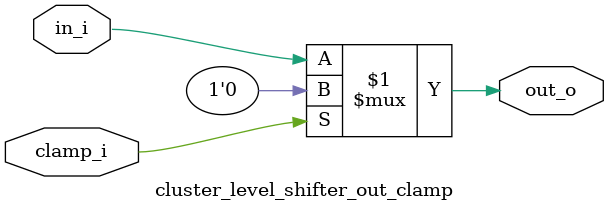
<source format=sv>


module cluster_level_shifter_in (
  input  logic in_i,
  output logic out_o
);

  assign out_o = in_i;

endmodule

module cluster_level_shifter_in_clamp (
  input  logic in_i,
  output logic out_o,
  input  logic clamp_i
);

  assign out_o = clamp_i ? 1'b0 : in_i;

endmodule

module cluster_level_shifter_inout (
  input  logic data_i,
  output logic data_o
);

  assign data_o = data_i;

endmodule

module cluster_level_shifter_out (
  input  logic in_i,
  output logic out_o
);

  assign out_o = in_i;

endmodule

module cluster_level_shifter_out_clamp (
  input  logic in_i,
  output logic out_o,
  input  logic clamp_i
);

  assign out_o = clamp_i ? 1'b0 : in_i;

endmodule

</source>
